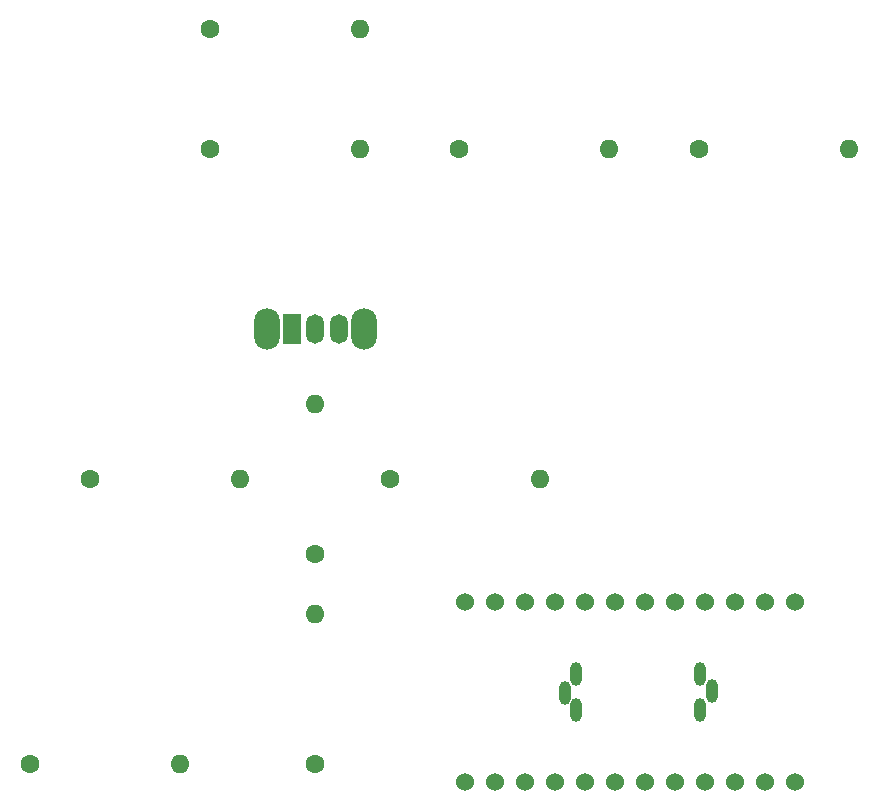
<source format=gbr>
%TF.GenerationSoftware,KiCad,Pcbnew,(7.0.0)*%
%TF.CreationDate,2023-08-22T09:41:36+02:00*%
%TF.ProjectId,JIG SWITCH,4a494720-5357-4495-9443-482e6b696361,rev?*%
%TF.SameCoordinates,Original*%
%TF.FileFunction,Soldermask,Bot*%
%TF.FilePolarity,Negative*%
%FSLAX46Y46*%
G04 Gerber Fmt 4.6, Leading zero omitted, Abs format (unit mm)*
G04 Created by KiCad (PCBNEW (7.0.0)) date 2023-08-22 09:41:36*
%MOMM*%
%LPD*%
G01*
G04 APERTURE LIST*
%ADD10C,1.600000*%
%ADD11O,1.600000X1.600000*%
%ADD12C,1.524000*%
%ADD13O,2.200000X3.500000*%
%ADD14R,1.500000X2.500000*%
%ADD15O,1.500000X2.500000*%
%ADD16O,1.000000X2.000000*%
G04 APERTURE END LIST*
D10*
%TO.C,R3*%
X81280000Y-47680000D03*
D11*
X93979999Y-47679999D03*
%TD*%
D10*
%TO.C,R5*%
X69160000Y-81970000D03*
D11*
X69159999Y-69269999D03*
%TD*%
D10*
%TO.C,R7*%
X45030000Y-99750000D03*
D11*
X57729999Y-99749999D03*
%TD*%
D10*
%TO.C,R9*%
X75510000Y-75620000D03*
D11*
X88209999Y-75619999D03*
%TD*%
D12*
%TO.C,*%
X81860000Y-86011000D03*
X84400000Y-86011000D03*
X86940000Y-86011000D03*
X89480000Y-86011000D03*
X92020000Y-86011000D03*
X94560000Y-86011000D03*
X97100000Y-86011000D03*
X99640000Y-86011000D03*
X102180000Y-86011000D03*
X104720000Y-86011000D03*
X107260000Y-86011000D03*
X109800000Y-86011000D03*
%TD*%
D13*
%TO.C,PCH2K < > PCH1K/PDEL/VTE*%
X65059999Y-62919999D03*
X73259999Y-62919999D03*
D14*
X67159999Y-62919999D03*
D15*
X69159999Y-62919999D03*
X71159999Y-62919999D03*
%TD*%
D10*
%TO.C,R1*%
X60270000Y-37520000D03*
D11*
X72969999Y-37519999D03*
%TD*%
D10*
%TO.C,R2*%
X60270000Y-47680000D03*
D11*
X72969999Y-47679999D03*
%TD*%
D10*
%TO.C,R8*%
X50110000Y-75620000D03*
D11*
X62809999Y-75619999D03*
%TD*%
D16*
%TO.C,UDC*%
X91257999Y-92106999D03*
X91257999Y-95206999D03*
X90257999Y-93706999D03*
X101757999Y-95206999D03*
X101757999Y-92106999D03*
X102757999Y-93606999D03*
%TD*%
D10*
%TO.C,R4*%
X101600000Y-47680000D03*
D11*
X114299999Y-47679999D03*
%TD*%
D12*
%TO.C,U3*%
X81860000Y-101251000D03*
X84400000Y-101251000D03*
X86940000Y-101251000D03*
X89480000Y-101251000D03*
X92020000Y-101251000D03*
X94560000Y-101251000D03*
X97100000Y-101251000D03*
X99640000Y-101251000D03*
X102180000Y-101251000D03*
X104720000Y-101251000D03*
X107260000Y-101251000D03*
X109800000Y-101251000D03*
%TD*%
D10*
%TO.C,R6*%
X69160000Y-99750000D03*
D11*
X69159999Y-87049999D03*
%TD*%
M02*

</source>
